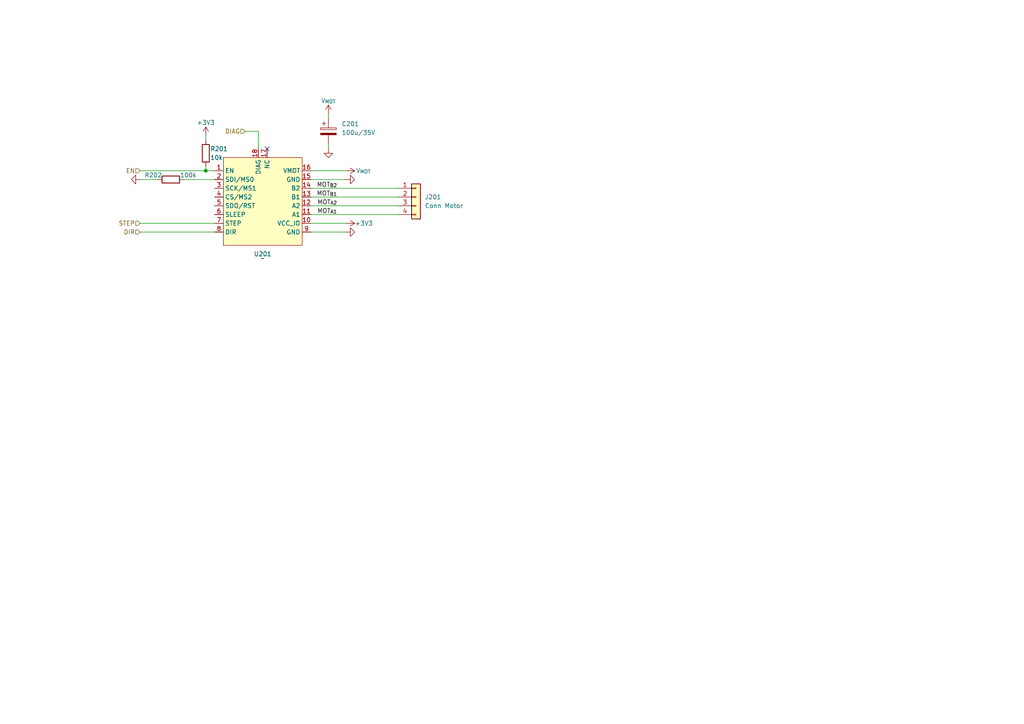
<source format=kicad_sch>
(kicad_sch (version 20231120) (generator "eeschema") (generator_version "8.0")
  (paper "A4")
  (title_block (title "3D Printer Mainboard 01") (date "2024-06-21") (rev "1") (company "Scott CJX"))
  (lib_symbols
    (symbol "Connector_Generic:Conn_01x04" (pin_names (offset 1.016) hide)
      (property "Reference" "J" (at 0 5.08 0))
      (property "Value" "Conn_01x04" (at 0 -7.62 0))
      (symbol "Conn_01x04_1_1"
        (rectangle (start -1.27 -4.953) (end 0 -5.207) (stroke (width 0.1524)))
        (rectangle (start -1.27 -2.413) (end 0 -2.667) (stroke (width 0.1524)))
        (rectangle (start -1.27 0.127) (end 0 -0.127) (stroke (width 0.1524)))
        (rectangle (start -1.27 2.667) (end 0 2.413) (stroke (width 0.1524)))
        (rectangle (start -1.27 3.81) (end 1.27 -6.35) (stroke (width 0.254)) (fill (type background)))
        (pin passive line (at -5.08 2.54 0) (length 3.81) (name "Pin_1") (number "1"))
        (pin passive line (at -5.08 0 0) (length 3.81) (name "Pin_2") (number "2"))
        (pin passive line (at -5.08 -2.54 0) (length 3.81) (name "Pin_3") (number "3"))
        (pin passive line (at -5.08 -5.08 0) (length 3.81) (name "Pin_4") (number "4"))
      )
    )
    (symbol "Device:C_Polarized" (pin_numbers hide) (pin_names (offset 0.254))
      (property "Reference" "C" (at 0.635 2.54 0))
      (property "Value" "C_Polarized" (at 0.635 -2.54 0))
      (symbol "C_Polarized_0_1"
        (rectangle (start -2.286 0.508) (end 2.286 1.016))
        (polyline (pts (xy -1.778 2.286) (xy -0.762 2.286)))
        (polyline (pts (xy -1.27 2.794) (xy -1.27 1.778)))
        (rectangle (start 2.286 -0.508) (end -2.286 -1.016) (fill (type outline)))
      )
      (symbol "C_Polarized_1_1"
        (pin passive line (at 0 3.81 270) (length 2.794) (name "~") (number "1"))
        (pin passive line (at 0 -3.81 90) (length 2.794) (name "~") (number "2"))
      )
    )
    (symbol "Device:R" (pin_numbers hide) (pin_names (offset 0))
      (property "Reference" "R" (at 2.032 0 90))
      (property "Value" "R" (at 0 0 90))
      (symbol "R_0_1"
        (rectangle (start -1.016 -2.54) (end 1.016 2.54) (stroke (width 0.254)))
      )
      (symbol "R_1_1"
        (pin passive line (at 0 3.81 270) (length 1.27) (name "~") (number "1"))
        (pin passive line (at 0 -3.81 90) (length 1.27) (name "~") (number "2"))
      )
    )
    (symbol "power:+3V3" (power) (pin_numbers hide) (pin_names (offset 0) hide)
      (property "Value" "+3V3" (at 0 3.556 0))
      (symbol "+3V3_0_1"
        (polyline (pts (xy -0.762 1.27) (xy 0 2.54)))
        (polyline (pts (xy 0 0) (xy 0 2.54)))
        (polyline (pts (xy 0 2.54) (xy 0.762 1.27)))
      )
      (symbol "+3V3_1_1"
        (pin power_in line (at 0 0 90) (length 0) (name "~") (number "1"))
      )
    )
    (symbol "power:GND" (power) (pin_numbers hide) (pin_names (offset 0) hide)
      (property "Value" "GND" (at 0 -3.81 0))
      (symbol "GND_0_1"
        (polyline (pts (xy 0 0) (xy 0 -1.27) (xy 1.27 -1.27) (xy 0 -2.54) (xy -1.27 -1.27) (xy 0 -1.27)))
      )
      (symbol "GND_1_1"
        (pin power_in line (at 0 0 270) (length 0) (name "~") (number "1"))
      )
    )
    (symbol "power:VCC" (power) (pin_numbers hide) (pin_names (offset 0) hide)
      (property "Value" "VCC" (at 0 3.556 0))
      (symbol "VCC_0_1"
        (polyline (pts (xy -0.762 1.27) (xy 0 2.54)))
        (polyline (pts (xy 0 0) (xy 0 2.54)))
        (polyline (pts (xy 0 2.54) (xy 0.762 1.27)))
      )
      (symbol "VCC_1_1"
        (pin power_in line (at 0 0 90) (length 0) (name "~") (number "1"))
      )
    )
    (symbol "scjx-3dp-01-lib:MOTOR_DRIVER"
      (property "Reference" "U" (at 0 -14.732 0))
      (symbol "MOTOR_DRIVER_1_1"
        (rectangle (start -11.43 12.7) (end 11.43 -12.7) (fill (type background)))
        (pin input line (at -13.97 8.89 0) (length 2.54) (name "EN") (number "1"))
        (pin input line (at 13.97 -6.35 180) (length 2.54) (name "VCC_IO") (number "10"))
        (pin input line (at 13.97 -3.81 180) (length 2.54) (name "A1") (number "11"))
        (pin input line (at 13.97 -1.27 180) (length 2.54) (name "A2") (number "12"))
        (pin input line (at 13.97 1.27 180) (length 2.54) (name "B1") (number "13"))
        (pin input line (at 13.97 3.81 180) (length 2.54) (name "B2") (number "14"))
        (pin input line (at 13.97 6.35 180) (length 2.54) (name "GND") (number "15"))
        (pin input line (at 13.97 8.89 180) (length 2.54) (name "VMOT") (number "16"))
        (pin input line (at 1.27 15.24 270) (length 2.54) (name "NC") (number "17"))
        (pin input line (at -1.27 15.24 270) (length 2.54) (name "DIAG") (number "18"))
        (pin input line (at -13.97 6.35 0) (length 2.54) (name "SDI/MS0") (number "2"))
        (pin input line (at -13.97 3.81 0) (length 2.54) (name "SCK/MS1") (number "3"))
        (pin input line (at -13.97 1.27 0) (length 2.54) (name "CS/MS2") (number "4"))
        (pin input line (at -13.97 -1.27 0) (length 2.54) (name "SDO/RST") (number "5"))
        (pin input line (at -13.97 -3.81 0) (length 2.54) (name "SLEEP") (number "6"))
        (pin input line (at -13.97 -6.35 0) (length 2.54) (name "STEP") (number "7"))
        (pin input line (at -13.97 -8.89 0) (length 2.54) (name "DIR") (number "8"))
        (pin input line (at 13.97 -8.89 180) (length 2.54) (name "GND") (number "9"))
      )
    )
  )
  (junction (at 59.69 49.53))
  (no_connect (at 77.47 43.18))
  (wire (pts (xy 95.25 41.91) (xy 95.25 43.18)))
  (wire (pts (xy 53.34 52.07) (xy 62.23 52.07)))
  (wire (pts (xy 90.17 52.07) (xy 100.33 52.07)))
  (wire (pts (xy 115.57 57.15) (xy 90.17 57.15)))
  (wire (pts (xy 74.93 38.1) (xy 74.93 43.18)))
  (wire (pts (xy 71.12 38.1) (xy 74.93 38.1)))
  (wire (pts (xy 115.57 59.69) (xy 90.17 59.69)))
  (wire (pts (xy 59.69 39.37) (xy 59.69 40.64)))
  (wire (pts (xy 40.64 52.07) (xy 45.72 52.07)))
  (wire (pts (xy 59.69 48.26) (xy 59.69 49.53)))
  (wire (pts (xy 90.17 64.77) (xy 100.33 64.77)))
  (wire (pts (xy 59.69 49.53) (xy 62.23 49.53)))
  (wire (pts (xy 62.23 67.31) (xy 40.64 67.31)))
  (wire (pts (xy 90.17 67.31) (xy 100.33 67.31)))
  (wire (pts (xy 95.25 33.02) (xy 95.25 34.29)))
  (wire (pts (xy 90.17 49.53) (xy 100.33 49.53)))
  (wire (pts (xy 62.23 64.77) (xy 40.64 64.77)))
  (wire (pts (xy 115.57 62.23) (xy 90.17 62.23)))
  (wire (pts (xy 40.64 49.53) (xy 59.69 49.53)))
  (wire (pts (xy 115.57 54.61) (xy 90.17 54.61)))
  (label "MOT_{A1}" (at 97.79 62.23 180))
  (label "MOT_{A2}" (at 97.79 59.69 180))
  (label "MOT_{B2}" (at 97.79 54.61 180))
  (label "MOT_{B1}" (at 97.79 57.15 180))
  (hierarchical_label "STEP" (shape input) (at 40.64 64.77 180))
  (hierarchical_label "EN" (shape input) (at 40.64 49.53 180))
  (hierarchical_label "DIAG" (shape input) (at 71.12 38.1 180))
  (hierarchical_label "DIR" (shape input) (at 40.64 67.31 180))
  (symbol (lib_id "power:GND") (at 95.25 43.18 0) (unit 1)
    (property "Reference" "#PWR0203" (effects (hide yes)))
    (property "Value" "GND" (effects (hide yes)))
    (property "Description" "Power symbol creates a global label with name \"GND\" , ground" (effects (hide yes)))
  )
  (symbol (lib_id "power:GND") (at 40.64 52.07 270) (unit 1)
    (property "Reference" "#PWR0205" (effects (hide yes)))
    (property "Value" "GND" (effects (hide yes)))
    (property "Description" "Power symbol creates a global label with name \"GND\" , ground" (effects (hide yes)))
  )
  (symbol (lib_id "Device:C_Polarized") (at 95.25 38.1 0) (unit 1)
    (property "Reference" "C201" (at 99.06 35.9409 0) (effects (justify left)))
    (property "Value" "100u/35V" (at 99.06 38.4809 0) (effects (justify left)))
    (property "Description" "Polarized capacitor" (effects (hide yes)))
  )
  (symbol (lib_id "scjx-3dp-01-lib:MOTOR_DRIVER") (at 76.2 58.42 0) (unit 1)
    (property "Reference" "U201" (at 76.2 73.66 0))
    (property "Value" "~" (at 76.2 74.93 0))
  )
  (symbol (lib_id "power:GND") (at 100.33 67.31 90) (unit 1)
    (property "Reference" "#PWR0208" (effects (hide yes)))
    (property "Value" "GND" (effects (hide yes)))
    (property "Description" "Power symbol creates a global label with name \"GND\" , ground" (effects (hide yes)))
  )
  (symbol (lib_id "power:+3V3") (at 59.69 39.37 0) (unit 1)
    (property "Reference" "#PWR0202" (effects (hide yes)))
    (property "Value" "+3V3" (at 59.69 35.56 0))
    (property "Description" "Power symbol creates a global label with name \"+3V3\"" (effects (hide yes)))
  )
  (symbol (lib_id "power:VCC") (at 95.25 33.02 0) (unit 1)
    (property "Reference" "#PWR0201" (effects (hide yes)))
    (property "Value" "V_{MOT}" (at 95.25 29.21 0))
    (property "Description" "Power symbol creates a global label with name \"VCC\"" (effects (hide yes)))
  )
  (symbol (lib_id "Connector_Generic:Conn_01x04") (at 120.65 57.15 0) (unit 1)
    (property "Reference" "J201" (at 123.19 57.1499 0) (effects (justify left)))
    (property "Value" "Conn Motor" (at 123.19 59.6899 0) (effects (justify left)))
    (property "Description" "Generic connector, single row, 01x04, script generated (kicad-library-utils/schlib/autogen/connector/)" (effects (hide yes)))
  )
  (symbol (lib_id "Device:R") (at 49.53 52.07 90) (unit 1)
    (property "Reference" "R202" (at 44.45 50.8 90))
    (property "Value" "100k" (at 54.61 50.8 90))
    (property "Description" "Resistor" (effects (hide yes)))
  )
  (symbol (lib_id "power:GND") (at 100.33 52.07 90) (unit 1)
    (property "Reference" "#PWR0206" (effects (hide yes)))
    (property "Value" "GND" (effects (hide yes)))
    (property "Description" "Power symbol creates a global label with name \"GND\" , ground" (effects (hide yes)))
  )
  (symbol (lib_id "power:+3V3") (at 100.33 64.77 270) (unit 1)
    (property "Reference" "#PWR0207" (effects (hide yes)))
    (property "Value" "+3V3" (at 102.87 64.77 90) (effects (justify left)))
    (property "Description" "Power symbol creates a global label with name \"+3V3\"" (effects (hide yes)))
  )
  (symbol (lib_id "power:VCC") (at 100.33 49.53 270) (unit 1)
    (property "Reference" "#PWR0204" (effects (hide yes)))
    (property "Value" "V_{MOT}" (at 105.41 49.53 90))
    (property "Description" "Power symbol creates a global label with name \"VCC\"" (effects (hide yes)))
  )
  (symbol (lib_id "Device:R") (at 59.69 44.45 0) (unit 1)
    (property "Reference" "R201" (at 60.96 43.18 0) (effects (justify left)))
    (property "Value" "10k" (at 60.96 45.72 0) (effects (justify left)))
    (property "Description" "Resistor" (effects (hide yes)))
  )
)
</source>
